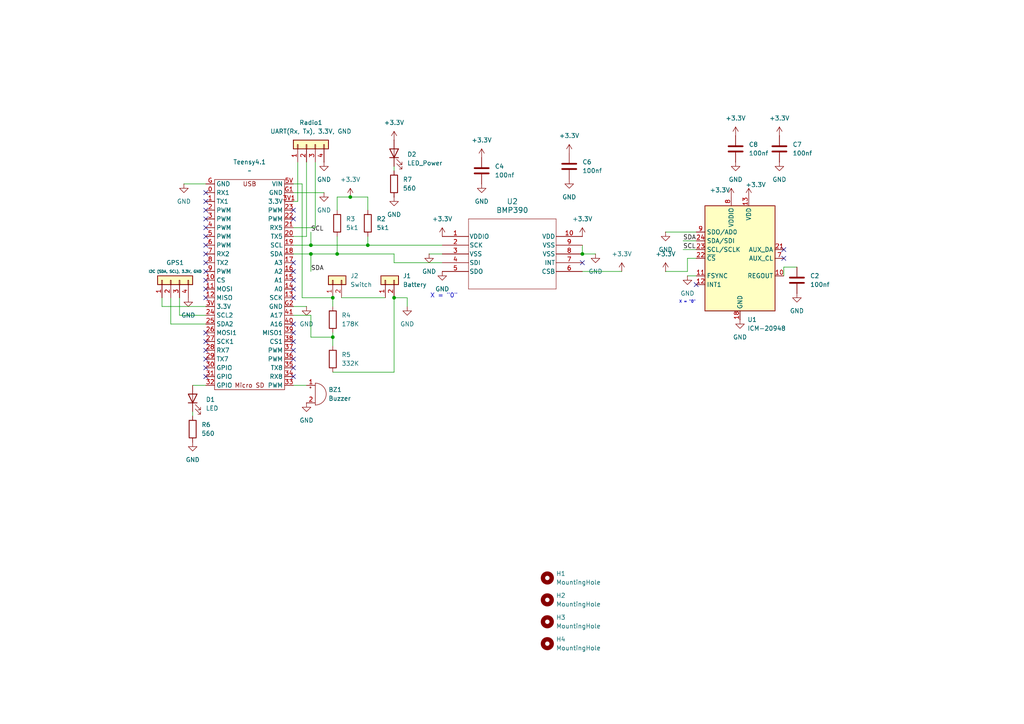
<source format=kicad_sch>
(kicad_sch (version 20250114) (generator "eeschema") (generator_version "9.0")
  (paper "A4")
  (lib_symbols
    (symbol "2025-11-05_20-25-56:BMP390" (pin_names (offset 0.254))
      (property "Reference" "U" (at 20.32 10.16 0))
      (property "Value" "BMP390" (at 20.32 7.62 0))
      (symbol "BMP390_0_1"
        (polyline (pts (xy 7.62 5.08) (xy 7.62 -15.24)) (stroke (width 0.127)))
        (polyline (pts (xy 7.62 -15.24) (xy 33.02 -15.24)) (stroke (width 0.127)))
        (polyline (pts (xy 33.02 5.08) (xy 7.62 5.08)) (stroke (width 0.127)))
        (polyline (pts (xy 33.02 -15.24) (xy 33.02 5.08)) (stroke (width 0.127)))
        (pin power_in line (at 0 0 0) (length 7.62) (name "VDDIO") (number "1"))
        (pin input line (at 0 -2.54 0) (length 7.62) (name "SCK") (number "2"))
        (pin power_out line (at 0 -5.08 0) (length 7.62) (name "VSS") (number "3"))
        (pin bidirectional line (at 0 -7.62 0) (length 7.62) (name "SDI") (number "4"))
        (pin bidirectional line (at 0 -10.16 0) (length 7.62) (name "SDO") (number "5"))
        (pin power_in line (at 40.64 0 180) (length 7.62) (name "VDD") (number "10"))
        (pin power_out line (at 40.64 -2.54 180) (length 7.62) (name "VSS") (number "9"))
        (pin power_out line (at 40.64 -5.08 180) (length 7.62) (name "VSS") (number "8"))
        (pin input line (at 40.64 -7.62 180) (length 7.62) (name "INT") (number "7"))
        (pin input line (at 40.64 -10.16 180) (length 7.62) (name "CSB") (number "6"))
      )
    )
    (symbol "Connector_Generic:Conn_01x02" (pin_names (offset 1.016) (hide yes))
      (property "Reference" "J" (at 0 2.54 0))
      (property "Value" "Conn_01x02" (at 0 -5.08 0))
      (symbol "Conn_01x02_1_1"
        (rectangle (start -1.27 1.27) (end 1.27 -3.81) (stroke (width 0.254)) (fill (type background)))
        (rectangle (start -1.27 0.127) (end 0 -0.127) (stroke (width 0.1524)))
        (rectangle (start -1.27 -2.413) (end 0 -2.667) (stroke (width 0.1524)))
        (pin passive line (at -5.08 0 0) (length 3.81) (name "Pin_1") (number "1"))
        (pin passive line (at -5.08 -2.54 0) (length 3.81) (name "Pin_2") (number "2"))
      )
    )
    (symbol "Connector_Generic:Conn_01x04" (pin_names (offset 1.016) (hide yes))
      (property "Reference" "J" (at 0 5.08 0))
      (property "Value" "Conn_01x04" (at 0 -7.62 0))
      (symbol "Conn_01x04_1_1"
        (rectangle (start -1.27 3.81) (end 1.27 -6.35) (stroke (width 0.254)) (fill (type background)))
        (rectangle (start -1.27 2.667) (end 0 2.413) (stroke (width 0.1524)))
        (rectangle (start -1.27 0.127) (end 0 -0.127) (stroke (width 0.1524)))
        (rectangle (start -1.27 -2.413) (end 0 -2.667) (stroke (width 0.1524)))
        (rectangle (start -1.27 -4.953) (end 0 -5.207) (stroke (width 0.1524)))
        (pin passive line (at -5.08 2.54 0) (length 3.81) (name "Pin_1") (number "1"))
        (pin passive line (at -5.08 0 0) (length 3.81) (name "Pin_2") (number "2"))
        (pin passive line (at -5.08 -2.54 0) (length 3.81) (name "Pin_3") (number "3"))
        (pin passive line (at -5.08 -5.08 0) (length 3.81) (name "Pin_4") (number "4"))
      )
    )
    (symbol "Device:Buzzer" (pin_names (offset 0.0254) (hide yes))
      (property "Reference" "BZ" (at 3.81 1.27 0))
      (property "Value" "Buzzer" (at 3.81 -1.27 0))
      (symbol "Buzzer_0_1"
        (polyline (pts (xy -1.651 1.905) (xy -1.143 1.905)))
        (polyline (pts (xy -1.397 2.159) (xy -1.397 1.651)))
        (arc (start 0 3.175) (mid 3.1612 0) (end 0 -3.175))
        (polyline (pts (xy 0 3.175) (xy 0 -3.175)))
      )
      (symbol "Buzzer_1_1"
        (pin passive line (at -2.54 2.54 0) (length 2.54) (name "+") (number "1"))
        (pin passive line (at -2.54 -2.54 0) (length 2.54) (name "-") (number "2"))
      )
    )
    (symbol "Device:C" (pin_numbers (hide yes)) (pin_names (offset 0.254))
      (property "Reference" "C" (at 0.635 2.54 0))
      (property "Value" "C" (at 0.635 -2.54 0))
      (symbol "C_0_1"
        (polyline (pts (xy -2.032 0.762) (xy 2.032 0.762)) (stroke (width 0.508)))
        (polyline (pts (xy -2.032 -0.762) (xy 2.032 -0.762)) (stroke (width 0.508)))
      )
      (symbol "C_1_1"
        (pin passive line (at 0 3.81 270) (length 2.794) (name "~") (number "1"))
        (pin passive line (at 0 -3.81 90) (length 2.794) (name "~") (number "2"))
      )
    )
    (symbol "Device:LED" (pin_numbers (hide yes)) (pin_names (offset 1.016) (hide yes))
      (property "Reference" "D" (at 0 2.54 0))
      (property "Value" "LED" (at 0 -2.54 0))
      (symbol "LED_0_1"
        (polyline (pts (xy -3.048 -0.762) (xy -4.572 -2.286) (xy -3.81 -2.286) (xy -4.572 -2.286) (xy -4.572 -1.524)))
        (polyline (pts (xy -1.778 -0.762) (xy -3.302 -2.286) (xy -2.54 -2.286) (xy -3.302 -2.286) (xy -3.302 -1.524)))
        (polyline (pts (xy -1.27 0) (xy 1.27 0)))
        (polyline (pts (xy -1.27 -1.27) (xy -1.27 1.27)) (stroke (width 0.254)))
        (polyline (pts (xy 1.27 -1.27) (xy 1.27 1.27) (xy -1.27 0) (xy 1.27 -1.27)) (stroke (width 0.254)))
      )
      (symbol "LED_1_1"
        (pin passive line (at -3.81 0 0) (length 2.54) (name "K") (number "1"))
        (pin passive line (at 3.81 0 180) (length 2.54) (name "A") (number "2"))
      )
    )
    (symbol "Device:R" (pin_numbers (hide yes)) (pin_names (offset 0))
      (property "Reference" "R" (at 2.032 0 90))
      (property "Value" "R" (at 0 0 90))
      (symbol "R_0_1"
        (rectangle (start -1.016 -2.54) (end 1.016 2.54) (stroke (width 0.254)))
      )
      (symbol "R_1_1"
        (pin passive line (at 0 3.81 270) (length 1.27) (name "~") (number "1"))
        (pin passive line (at 0 -3.81 90) (length 1.27) (name "~") (number "2"))
      )
    )
    (symbol "Mechanical:MountingHole" (pin_names (offset 1.016)) (in_bom no)
      (property "Reference" "H" (at 0 5.08 0))
      (property "Value" "MountingHole" (at 0 3.175 0))
      (symbol "MountingHole_0_1"
        (circle (center 0 0) (radius 1.27) (stroke (width 1.27)))
      )
    )
    (symbol "Sensor_Motion:ICM-20948"
      (property "Reference" "U" (at -11.43 16.51 0))
      (property "Value" "ICM-20948" (at 7.62 -16.51 0))
      (symbol "ICM-20948_0_1"
        (rectangle (start -10.16 15.24) (end 10.16 -15.24) (stroke (width 0.254)) (fill (type background)))
      )
      (symbol "ICM-20948_1_1"
        (pin bidirectional line (at -12.7 7.62 0) (length 2.54) (name "SDO/AD0") (number "9"))
        (pin bidirectional line (at -12.7 5.08 0) (length 2.54) (name "SDA/SDI") (number "24"))
        (pin input line (at -12.7 2.54 0) (length 2.54) (name "SCL/SCLK") (number "23"))
        (pin input line (at -12.7 0 0) (length 2.54) (name "~{CS}") (number "22"))
        (pin input line (at -12.7 -5.08 0) (length 2.54) (name "FSYNC") (number "11"))
        (pin output line (at -12.7 -7.62 0) (length 2.54) (name "INT1") (number "12"))
        (pin no_connect line (at -10.16 12.7 0) (length 2.54) (hide yes) (name "NC") (number "1"))
        (pin no_connect line (at -10.16 10.16 0) (length 2.54) (hide yes) (name "NC") (number "2"))
        (pin no_connect line (at -10.16 -2.54 0) (length 2.54) (hide yes) (name "NC") (number "3"))
        (pin no_connect line (at -10.16 -10.16 0) (length 2.54) (hide yes) (name "NC") (number "4"))
        (pin no_connect line (at -10.16 -12.7 0) (length 2.54) (hide yes) (name "NC") (number "5"))
        (pin power_in line (at -2.54 17.78 270) (length 2.54) (name "VDDIO") (number "8"))
        (pin power_in line (at 0 -17.78 90) (length 2.54) (name "GND") (number "18"))
        (pin passive line (at 0 -17.78 90) (length 2.54) (hide yes) (name "GND") (number "20"))
        (pin power_in line (at 2.54 17.78 270) (length 2.54) (name "VDD") (number "13"))
        (pin no_connect line (at 10.16 10.16 180) (length 2.54) (hide yes) (name "NC") (number "6"))
        (pin no_connect line (at 10.16 7.62 180) (length 2.54) (hide yes) (name "NC") (number "14"))
        (pin no_connect line (at 10.16 5.08 180) (length 2.54) (hide yes) (name "NC") (number "15"))
        (pin no_connect line (at 10.16 -7.62 180) (length 2.54) (hide yes) (name "NC") (number "16"))
        (pin no_connect line (at 10.16 -10.16 180) (length 2.54) (hide yes) (name "NC") (number "17"))
        (pin no_connect line (at 10.16 -12.7 180) (length 2.54) (hide yes) (name "RESV") (number "19"))
        (pin bidirectional line (at 12.7 2.54 180) (length 2.54) (name "AUX_DA") (number "21"))
        (pin output line (at 12.7 0 180) (length 2.54) (name "AUX_CL") (number "7"))
        (pin passive line (at 12.7 -5.08 180) (length 2.54) (name "REGOUT") (number "10"))
      )
    )
    (symbol "power:+3.3V" (power) (pin_numbers (hide yes)) (pin_names (offset 0) (hide yes))
      (property "Value" "+3.3V" (at 0 3.556 0))
      (symbol "+3.3V_0_1"
        (polyline (pts (xy -0.762 1.27) (xy 0 2.54)))
        (polyline (pts (xy 0 2.54) (xy 0.762 1.27)))
        (polyline (pts (xy 0 0) (xy 0 2.54)))
      )
      (symbol "+3.3V_1_1"
        (pin power_in line (at 0 0 90) (length 0) (name "~") (number "1"))
      )
    )
    (symbol "power:GND" (power) (pin_numbers (hide yes)) (pin_names (offset 0) (hide yes))
      (property "Value" "GND" (at 0 -3.81 0))
      (symbol "GND_0_1"
        (polyline (pts (xy 0 0) (xy 0 -1.27) (xy 1.27 -1.27) (xy 0 -2.54) (xy -1.27 -1.27) (xy 0 -1.27)))
      )
      (symbol "GND_1_1"
        (pin power_in line (at 0 0 270) (length 0) (name "~") (number "1"))
      )
    )
    (symbol "teensy:Teensy4.1"
      (property "Reference" "Teensy4.1" (at 0 0 90))
      (symbol "Teensy4.1_0_1"
        (rectangle (start -10.16 30.48) (end 10.16 -30.48))
      )
      (symbol "Teensy4.1_1_1"
        (text "USB" (at 0 29.21 0) (effects (font (size 1.27 1.27))))
        (text "Micro SD" (at 0 -29.21 0) (effects (font (size 1.27 1.27))))
        (pin input line (at -12.7 29.21 0) (length 2.54) (name "GND") (number "G"))
        (pin input line (at -12.7 26.67 0) (length 2.54) (name "RX1") (number "0"))
        (pin input line (at -12.7 24.13 0) (length 2.54) (name "TX1") (number "1"))
        (pin input line (at -12.7 21.59 0) (length 2.54) (name "PWM") (number "2"))
        (pin input line (at -12.7 19.05 0) (length 2.54) (name "PWM") (number "3"))
        (pin input line (at -12.7 16.51 0) (length 2.54) (name "PWM") (number "4"))
        (pin input line (at -12.7 13.97 0) (length 2.54) (name "PWM") (number "5"))
        (pin input line (at -12.7 11.43 0) (length 2.54) (name "PWM") (number "6"))
        (pin input line (at -12.7 8.89 0) (length 2.54) (name "RX2") (number "7"))
        (pin input line (at -12.7 6.35 0) (length 2.54) (name "TX2") (number "8"))
        (pin input line (at -12.7 3.81 0) (length 2.54) (name "PWM") (number "9"))
        (pin input line (at -12.7 1.27 0) (length 2.54) (name "CS") (number "10"))
        (pin input line (at -12.7 -1.27 0) (length 2.54) (name "MOSI") (number "11"))
        (pin input line (at -12.7 -3.81 0) (length 2.54) (name "MISO") (number "12"))
        (pin input line (at -12.7 -6.35 0) (length 2.54) (name "3.3V") (number "3V"))
        (pin input line (at -12.7 -8.89 0) (length 2.54) (name "SCL2") (number "24"))
        (pin input line (at -12.7 -11.43 0) (length 2.54) (name "SDA2") (number "25"))
        (pin input line (at -12.7 -13.97 0) (length 2.54) (name "MOSI1") (number "26"))
        (pin input line (at -12.7 -16.51 0) (length 2.54) (name "SCK1") (number "27"))
        (pin input line (at -12.7 -19.05 0) (length 2.54) (name "RX7") (number "28"))
        (pin input line (at -12.7 -21.59 0) (length 2.54) (name "TX7") (number "29"))
        (pin input line (at -12.7 -24.13 0) (length 2.54) (name "GPIO") (number "30"))
        (pin input line (at -12.7 -26.67 0) (length 2.54) (name "GPIO") (number "31"))
        (pin input line (at -12.7 -29.21 0) (length 2.54) (name "GPIO") (number "32"))
        (pin input line (at 12.7 29.21 180) (length 2.54) (name "VIN") (number "5V"))
        (pin input line (at 12.7 26.67 180) (length 2.54) (name "GND") (number "G1"))
        (pin input line (at 12.7 24.13 180) (length 2.54) (name "3.3V") (number "3V1"))
        (pin input line (at 12.7 21.59 180) (length 2.54) (name "PWM") (number "23"))
        (pin input line (at 12.7 19.05 180) (length 2.54) (name "PWM") (number "22"))
        (pin input line (at 12.7 16.51 180) (length 2.54) (name "RX5") (number "21"))
        (pin input line (at 12.7 13.97 180) (length 2.54) (name "TX5") (number "20"))
        (pin input line (at 12.7 11.43 180) (length 2.54) (name "SCL") (number "19"))
        (pin input line (at 12.7 8.89 180) (length 2.54) (name "SDA") (number "18"))
        (pin input line (at 12.7 6.35 180) (length 2.54) (name "A3") (number "17"))
        (pin input line (at 12.7 3.81 180) (length 2.54) (name "A2") (number "16"))
        (pin input line (at 12.7 1.27 180) (length 2.54) (name "A1") (number "15"))
        (pin input line (at 12.7 -1.27 180) (length 2.54) (name "A0") (number "14"))
        (pin input line (at 12.7 -3.81 180) (length 2.54) (name "SCK") (number "13"))
        (pin input line (at 12.7 -6.35 180) (length 2.54) (name "GND") (number "G2"))
        (pin input line (at 12.7 -8.89 180) (length 2.54) (name "A17") (number "41"))
        (pin input line (at 12.7 -11.43 180) (length 2.54) (name "A16") (number "40"))
        (pin input line (at 12.7 -13.97 180) (length 2.54) (name "MISO1") (number "39"))
        (pin input line (at 12.7 -16.51 180) (length 2.54) (name "CS1") (number "38"))
        (pin input line (at 12.7 -19.05 180) (length 2.54) (name "PWM") (number "37"))
        (pin input line (at 12.7 -21.59 180) (length 2.54) (name "PWM") (number "36"))
        (pin input line (at 12.7 -24.13 180) (length 2.54) (name "TX8") (number "35"))
        (pin input line (at 12.7 -26.67 180) (length 2.54) (name "RX8") (number "34"))
        (pin input line (at 12.7 -29.21 180) (length 2.54) (name "PWM") (number "33"))
      )
    )
  )
  (text "X = \"0\"" (at 128.778 85.852 0) (effects (font (size 1.27 1.27))))
  (text "X = \"0\"" (at 199.39 87.63 0) (effects (font (size 0.762 0.762))))
  (junction (at 97.79 73.66))
  (junction (at 114.3 86.36))
  (junction (at 168.91 73.66))
  (junction (at 90.17 73.66))
  (junction (at 106.68 71.12))
  (junction (at 96.52 97.79))
  (junction (at 96.52 86.36))
  (junction (at 101.6 57.15))
  (junction (at 90.17 71.12))
  (no_connect (at 59.69 76.2))
  (no_connect (at 85.09 104.14))
  (no_connect (at 59.69 71.12))
  (no_connect (at 59.69 104.14))
  (no_connect (at 227.33 72.39))
  (no_connect (at 85.09 83.82))
  (no_connect (at 59.69 55.88))
  (no_connect (at 59.69 66.04))
  (no_connect (at 59.69 73.66))
  (no_connect (at 59.69 60.96))
  (no_connect (at 85.09 86.36))
  (no_connect (at 85.09 106.68))
  (no_connect (at 59.69 101.6))
  (no_connect (at 59.69 58.42))
  (no_connect (at 85.09 93.98))
  (no_connect (at 59.69 78.74))
  (no_connect (at 201.93 82.55))
  (no_connect (at 85.09 81.28))
  (no_connect (at 85.09 60.96))
  (no_connect (at 59.69 109.22))
  (no_connect (at 59.69 96.52))
  (no_connect (at 59.69 63.5))
  (no_connect (at 85.09 101.6))
  (no_connect (at 59.69 83.82))
  (no_connect (at 59.69 86.36))
  (no_connect (at 85.09 99.06))
  (no_connect (at 85.09 109.22))
  (no_connect (at 85.09 63.5))
  (no_connect (at 59.69 99.06))
  (no_connect (at 85.09 96.52))
  (no_connect (at 59.69 68.58))
  (no_connect (at 85.09 78.74))
  (no_connect (at 59.69 81.28))
  (no_connect (at 168.91 76.2))
  (no_connect (at 59.69 106.68))
  (no_connect (at 85.09 76.2))
  (no_connect (at 227.33 74.93))
  (wire (pts (xy 168.91 78.74) (xy 180.34 78.74)))
  (wire (pts (xy 227.33 80.01) (xy 227.33 77.47)))
  (wire (pts (xy 52.07 86.36) (xy 52.07 91.44)))
  (wire (pts (xy 46.99 86.36) (xy 46.99 88.9)))
  (wire (pts (xy 106.68 60.96) (xy 106.68 57.15)))
  (wire (pts (xy 97.79 57.15) (xy 101.6 57.15)))
  (wire (pts (xy 85.09 88.9) (xy 88.9 88.9)))
  (wire (pts (xy 85.09 55.88) (xy 93.98 55.88)))
  (wire (pts (xy 106.68 68.58) (xy 106.68 71.12)))
  (wire (pts (xy 114.3 86.36) (xy 118.11 86.36)))
  (wire (pts (xy 85.09 71.12) (xy 90.17 71.12)))
  (wire (pts (xy 90.17 71.12) (xy 106.68 71.12)))
  (wire (pts (xy 46.99 88.9) (xy 59.69 88.9)))
  (wire (pts (xy 193.04 78.74) (xy 199.39 78.74)))
  (wire (pts (xy 172.72 73.66) (xy 168.91 73.66)))
  (wire (pts (xy 88.9 111.76) (xy 85.09 111.76)))
  (wire (pts (xy 96.52 97.79) (xy 96.52 100.33)))
  (wire (pts (xy 96.52 86.36) (xy 96.52 88.9)))
  (wire (pts (xy 124.46 73.66) (xy 128.27 73.66)))
  (wire (pts (xy 52.07 91.44) (xy 59.69 91.44)))
  (wire (pts (xy 96.52 86.36) (xy 87.63 86.36)))
  (wire (pts (xy 168.91 71.12) (xy 168.91 73.66)))
  (wire (pts (xy 88.9 68.58) (xy 88.9 46.99)))
  (wire (pts (xy 97.79 73.66) (xy 114.3 73.66)))
  (wire (pts (xy 53.34 53.34) (xy 59.69 53.34)))
  (wire (pts (xy 96.52 107.95) (xy 114.3 107.95)))
  (wire (pts (xy 114.3 107.95) (xy 114.3 86.36)))
  (wire (pts (xy 101.6 57.15) (xy 106.68 57.15)))
  (wire (pts (xy 49.53 93.98) (xy 59.69 93.98)))
  (wire (pts (xy 90.17 73.66) (xy 97.79 73.66)))
  (wire (pts (xy 90.17 67.31) (xy 90.17 71.12)))
  (wire (pts (xy 85.09 73.66) (xy 90.17 73.66)))
  (wire (pts (xy 96.52 96.52) (xy 96.52 97.79)))
  (wire (pts (xy 227.33 77.47) (xy 231.14 77.47)))
  (wire (pts (xy 114.3 73.66) (xy 114.3 76.2)))
  (wire (pts (xy 118.11 86.36) (xy 118.11 88.9)))
  (wire (pts (xy 85.09 91.44) (xy 90.17 91.44)))
  (wire (pts (xy 49.53 86.36) (xy 49.53 93.98)))
  (wire (pts (xy 91.44 66.04) (xy 91.44 46.99)))
  (wire (pts (xy 106.68 71.12) (xy 128.27 71.12)))
  (wire (pts (xy 55.88 119.38) (xy 55.88 120.65)))
  (wire (pts (xy 55.88 111.76) (xy 59.69 111.76)))
  (wire (pts (xy 90.17 73.66) (xy 90.17 78.74)))
  (wire (pts (xy 85.09 58.42) (xy 86.36 58.42)))
  (wire (pts (xy 85.09 66.04) (xy 91.44 66.04)))
  (wire (pts (xy 198.12 69.85) (xy 201.93 69.85)))
  (wire (pts (xy 85.09 68.58) (xy 88.9 68.58)))
  (wire (pts (xy 97.79 60.96) (xy 97.79 57.15)))
  (wire (pts (xy 90.17 97.79) (xy 96.52 97.79)))
  (wire (pts (xy 193.04 67.31) (xy 201.93 67.31)))
  (wire (pts (xy 87.63 86.36) (xy 87.63 53.34)))
  (wire (pts (xy 87.63 53.34) (xy 85.09 53.34)))
  (wire (pts (xy 86.36 46.99) (xy 86.36 58.42)))
  (wire (pts (xy 90.17 91.44) (xy 90.17 97.79)))
  (wire (pts (xy 199.39 74.93) (xy 201.93 74.93)))
  (wire (pts (xy 99.06 86.36) (xy 111.76 86.36)))
  (wire (pts (xy 114.3 48.26) (xy 114.3 49.53)))
  (wire (pts (xy 199.39 78.74) (xy 199.39 74.93)))
  (wire (pts (xy 97.79 73.66) (xy 97.79 68.58)))
  (wire (pts (xy 114.3 76.2) (xy 128.27 76.2)))
  (wire (pts (xy 199.39 80.01) (xy 201.93 80.01)))
  (wire (pts (xy 198.12 72.39) (xy 201.93 72.39)))
  (label "SDA" (at 90.17 78.74 0))
  (label "SDA" (at 198.12 69.85 0))
  (label "SCL" (at 90.17 67.31 0))
  (label "SCL" (at 198.12 72.39 0))
  (symbol (lib_id "power:GND") (at 55.88 128.27 0) (unit 1)
    (property "Reference" "#PWR032" (effects (hide yes)))
    (property "Value" "GND" (at 55.88 133.35 0))
    (property "Description" "Power symbol creates a global label with name \"GND\" , ground" (effects (hide yes)))
  )
  (symbol (lib_id "Mechanical:MountingHole") (at 158.75 180.34 0) (unit 1) (in_bom no)
    (property "Reference" "H3" (at 161.29 179.0699 0) (effects (justify left)))
    (property "Value" "MountingHole" (at 161.29 181.6099 0) (effects (justify left)))
    (property "Footprint" "MountingHole:MountingHole_3.2mm_M3" (effects (hide yes)))
    (property "Description" "Mounting Hole without connection" (effects (hide yes)))
  )
  (symbol (lib_id "power:+3.3V") (at 213.36 39.37 0) (unit 1)
    (property "Reference" "#PWR025" (effects (hide yes)))
    (property "Value" "+3.3V" (at 213.36 34.29 0))
    (property "Description" "Power symbol creates a global label with name \"+3.3V\"" (effects (hide yes)))
  )
  (symbol (lib_id "2025-11-05_20-25-56:BMP390") (at 128.27 68.58 0) (unit 1)
    (property "Reference" "U2" (at 148.59 58.42 0) (effects (font (size 1.524 1.524))))
    (property "Value" "BMP390" (at 148.59 60.96 0) (effects (font (size 1.524 1.524))))
    (property "Footprint" "footprints:10LGA_2X2X0p75_BOS" (effects (hide yes)))
    (property "Datasheet" "BMP390" (effects (hide yes)))
  )
  (symbol (lib_id "Device:R") (at 96.52 92.71 0) (unit 1)
    (property "Reference" "R4" (at 99.06 91.4399 0) (effects (justify left)))
    (property "Value" "178K" (at 99.06 93.9799 0) (effects (justify left)))
    (property "Footprint" "Resistor_SMD:R_0805_2012Metric" (effects (hide yes)))
    (property "Description" "Resistor" (effects (hide yes)))
  )
  (symbol (lib_id "Device:LED") (at 114.3 44.45 90) (unit 1)
    (property "Reference" "D2" (at 118.11 44.7674 90) (effects (justify right)))
    (property "Value" "LED_Power" (at 118.11 47.3074 90) (effects (justify right)))
    (property "Footprint" "LED_SMD:LED_0805_2012Metric" (effects (hide yes)))
    (property "Description" "Light emitting diode" (effects (hide yes)))
    (property "Sim.Pins" "1=K 2=A" (effects (hide yes)))
  )
  (symbol (lib_id "Device:R") (at 114.3 53.34 0) (unit 1)
    (property "Reference" "R7" (at 116.84 52.0699 0) (effects (justify left)))
    (property "Value" "560" (at 116.84 54.6099 0) (effects (justify left)))
    (property "Footprint" "Resistor_SMD:R_0805_2012Metric" (effects (hide yes)))
    (property "Description" "Resistor" (effects (hide yes)))
  )
  (symbol (lib_id "power:+3.3V") (at 101.6 57.15 0) (unit 1)
    (property "Reference" "#PWR07" (effects (hide yes)))
    (property "Value" "+3.3V" (at 101.6 52.07 0))
    (property "Description" "Power symbol creates a global label with name \"+3.3V\"" (effects (hide yes)))
  )
  (symbol (lib_id "Sensor_Motion:ICM-20948") (at 214.63 74.93 0) (unit 1)
    (property "Reference" "U1" (at 216.7733 92.71 0) (effects (justify left)))
    (property "Value" "ICM-20948" (at 216.7733 95.25 0) (effects (justify left)))
    (property "Footprint" "Sensor_Motion:InvenSense_QFN-24_3x3mm_P0.4mm" (effects (hide yes)))
    (property "Datasheet" "http://www.invensense.com/wp-content/uploads/2016/06/DS-000189-ICM-20948-v1.3.pdf" (effects (hide yes)))
    (property "Description" "InvenSense 9-Axis Motion Sensor, Accelerometer, Gyroscope, Compass, I2C/SPI, QFN-24" (effects (hide yes)))
  )
  (symbol (lib_id "power:GND") (at 54.61 86.36 0) (unit 1)
    (property "Reference" "#PWR028" (effects (hide yes)))
    (property "Value" "GND" (at 54.61 91.44 0))
    (property "Description" "Power symbol creates a global label with name \"GND\" , ground" (effects (hide yes)))
  )
  (symbol (lib_id "power:GND") (at 88.9 88.9 0) (unit 1)
    (property "Reference" "#PWR034" (effects (hide yes)))
    (property "Value" "GND" (at 88.9 93.98 0))
    (property "Description" "Power symbol creates a global label with name \"GND\" , ground" (effects (hide yes)))
  )
  (symbol (lib_id "power:GND") (at 128.27 78.74 0) (unit 1)
    (property "Reference" "#PWR010" (effects (hide yes)))
    (property "Value" "GND" (at 128.27 83.82 0))
    (property "Description" "Power symbol creates a global label with name \"GND\" , ground" (effects (hide yes)))
  )
  (symbol (lib_id "power:GND") (at 88.9 116.84 0) (unit 1)
    (property "Reference" "#PWR019" (effects (hide yes)))
    (property "Value" "GND" (at 88.9 121.92 0))
    (property "Description" "Power symbol creates a global label with name \"GND\" , ground" (effects (hide yes)))
  )
  (symbol (lib_id "Mechanical:MountingHole") (at 158.75 186.69 0) (unit 1) (in_bom no)
    (property "Reference" "H4" (at 161.29 185.4199 0) (effects (justify left)))
    (property "Value" "MountingHole" (at 161.29 187.9599 0) (effects (justify left)))
    (property "Footprint" "MountingHole:MountingHole_3.2mm_M3" (effects (hide yes)))
    (property "Description" "Mounting Hole without connection" (effects (hide yes)))
  )
  (symbol (lib_id "power:GND") (at 118.11 88.9 0) (unit 1)
    (property "Reference" "#PWR030" (effects (hide yes)))
    (property "Value" "GND" (at 118.11 93.98 0))
    (property "Description" "Power symbol creates a global label with name \"GND\" , ground" (effects (hide yes)))
  )
  (symbol (lib_id "power:+3.3V") (at 226.06 39.37 0) (unit 1)
    (property "Reference" "#PWR023" (effects (hide yes)))
    (property "Value" "+3.3V" (at 226.06 34.29 0))
    (property "Description" "Power symbol creates a global label with name \"+3.3V\"" (effects (hide yes)))
  )
  (symbol (lib_id "power:+3.3V") (at 212.09 57.15 0) (unit 1)
    (property "Reference" "#PWR02" (effects (hide yes)))
    (property "Value" "+3.3V" (at 208.788 55.118 0))
    (property "Description" "Power symbol creates a global label with name \"+3.3V\"" (effects (hide yes)))
  )
  (symbol (lib_id "Device:C") (at 139.7 49.53 0) (unit 1)
    (property "Reference" "C4" (at 143.51 48.2599 0) (effects (justify left)))
    (property "Value" "100nf" (at 143.51 50.7999 0) (effects (justify left)))
    (property "Footprint" "Capacitor_SMD:C_0805_2012Metric" (effects (hide yes)))
    (property "Description" "Unpolarized capacitor" (effects (hide yes)))
  )
  (symbol (lib_id "Device:C") (at 213.36 43.18 0) (unit 1)
    (property "Reference" "C8" (at 217.17 41.9099 0) (effects (justify left)))
    (property "Value" "100nf" (at 217.17 44.4499 0) (effects (justify left)))
    (property "Footprint" "Capacitor_SMD:C_0805_2012Metric" (effects (hide yes)))
    (property "Description" "Unpolarized capacitor" (effects (hide yes)))
  )
  (symbol (lib_id "power:GND") (at 213.36 46.99 0) (unit 1)
    (property "Reference" "#PWR026" (effects (hide yes)))
    (property "Value" "GND" (at 213.36 52.07 0))
    (property "Description" "Power symbol creates a global label with name \"GND\" , ground" (effects (hide yes)))
  )
  (symbol (lib_id "power:GND") (at 199.39 80.01 0) (unit 1)
    (property "Reference" "#PWR013" (effects (hide yes)))
    (property "Value" "GND" (at 199.39 85.09 0))
    (property "Description" "Power symbol creates a global label with name \"GND\" , ground" (effects (hide yes)))
  )
  (symbol (lib_id "power:+3.3V") (at 168.91 68.58 0) (unit 1)
    (property "Reference" "#PWR06" (effects (hide yes)))
    (property "Value" "+3.3V" (at 168.91 63.5 0))
    (property "Description" "Power symbol creates a global label with name \"+3.3V\"" (effects (hide yes)))
  )
  (symbol (lib_id "power:GND") (at 214.63 92.71 0) (unit 1)
    (property "Reference" "#PWR04" (effects (hide yes)))
    (property "Value" "GND" (at 214.63 97.79 0))
    (property "Description" "Power symbol creates a global label with name \"GND\" , ground" (effects (hide yes)))
  )
  (symbol (lib_id "Device:R") (at 97.79 64.77 0) (unit 1)
    (property "Reference" "R3" (at 100.33 63.4999 0) (effects (justify left)))
    (property "Value" "5k1" (at 100.33 66.0399 0) (effects (justify left)))
    (property "Footprint" "Resistor_SMD:R_0805_2012Metric" (effects (hide yes)))
    (property "Description" "Resistor" (effects (hide yes)))
  )
  (symbol (lib_id "Device:R") (at 96.52 104.14 0) (unit 1)
    (property "Reference" "R5" (at 99.06 102.8699 0) (effects (justify left)))
    (property "Value" "332K" (at 99.06 105.4099 0) (effects (justify left)))
    (property "Footprint" "Resistor_SMD:R_0805_2012Metric" (effects (hide yes)))
    (property "Description" "Resistor" (effects (hide yes)))
  )
  (symbol (lib_id "Device:R") (at 106.68 64.77 0) (unit 1)
    (property "Reference" "R2" (at 109.22 63.4999 0) (effects (justify left)))
    (property "Value" "5k1" (at 109.22 66.0399 0) (effects (justify left)))
    (property "Footprint" "Resistor_SMD:R_0805_2012Metric" (effects (hide yes)))
    (property "Description" "Resistor" (effects (hide yes)))
  )
  (symbol (lib_id "power:GND") (at 139.7 53.34 0) (unit 1)
    (property "Reference" "#PWR020" (effects (hide yes)))
    (property "Value" "GND" (at 139.7 58.42 0))
    (property "Description" "Power symbol creates a global label with name \"GND\" , ground" (effects (hide yes)))
  )
  (symbol (lib_id "power:GND") (at 226.06 46.99 0) (unit 1)
    (property "Reference" "#PWR024" (effects (hide yes)))
    (property "Value" "GND" (at 226.06 52.07 0))
    (property "Description" "Power symbol creates a global label with name \"GND\" , ground" (effects (hide yes)))
  )
  (symbol (lib_id "Mechanical:MountingHole") (at 158.75 173.99 0) (unit 1) (in_bom no)
    (property "Reference" "H2" (at 161.29 172.7199 0) (effects (justify left)))
    (property "Value" "MountingHole" (at 161.29 175.2599 0) (effects (justify left)))
    (property "Footprint" "MountingHole:MountingHole_3.2mm_M3" (effects (hide yes)))
    (property "Description" "Mounting Hole without connection" (effects (hide yes)))
  )
  (symbol (lib_id "power:+3.3V") (at 217.17 57.15 0) (unit 1)
    (property "Reference" "#PWR03" (effects (hide yes)))
    (property "Value" "+3.3V" (at 219.202 53.594 0))
    (property "Description" "Power symbol creates a global label with name \"+3.3V\"" (effects (hide yes)))
  )
  (symbol (lib_id "Connector_Generic:Conn_01x02") (at 96.52 81.28 90) (unit 1)
    (property "Reference" "J2" (at 101.6 80.0099 90) (effects (justify right)))
    (property "Value" "Switch" (at 101.6 82.5499 90) (effects (justify right)))
    (property "Footprint" "Connector_JST:JST_XH_S2B-XH-A_1x02_P2.50mm_Horizontal" (effects (hide yes)))
    (property "Description" "Generic connector, single row, 01x02, script generated (kicad-library-utils/schlib/autogen/connector/)" (effects (hide yes)))
  )
  (symbol (lib_id "Mechanical:MountingHole") (at 158.75 167.64 0) (unit 1) (in_bom no)
    (property "Reference" "H1" (at 161.29 166.3699 0) (effects (justify left)))
    (property "Value" "MountingHole" (at 161.29 168.9099 0) (effects (justify left)))
    (property "Footprint" "MountingHole:MountingHole_3.2mm_M3" (effects (hide yes)))
    (property "Description" "Mounting Hole without connection" (effects (hide yes)))
  )
  (symbol (lib_id "power:GND") (at 53.34 53.34 0) (unit 1)
    (property "Reference" "#PWR033" (effects (hide yes)))
    (property "Value" "GND" (at 53.34 58.42 0))
    (property "Description" "Power symbol creates a global label with name \"GND\" , ground" (effects (hide yes)))
  )
  (symbol (lib_id "power:+3.3V") (at 128.27 68.58 0) (unit 1)
    (property "Reference" "#PWR05" (effects (hide yes)))
    (property "Value" "+3.3V" (at 128.27 63.5 0))
    (property "Description" "Power symbol creates a global label with name \"+3.3V\"" (effects (hide yes)))
  )
  (symbol (lib_id "power:GND") (at 172.72 73.66 0) (unit 1)
    (property "Reference" "#PWR08" (effects (hide yes)))
    (property "Value" "GND" (at 172.72 78.74 0))
    (property "Description" "Power symbol creates a global label with name \"GND\" , ground" (effects (hide yes)))
  )
  (symbol (lib_id "power:+3.3V") (at 139.7 45.72 0) (unit 1)
    (property "Reference" "#PWR017" (effects (hide yes)))
    (property "Value" "+3.3V" (at 139.7 40.64 0))
    (property "Description" "Power symbol creates a global label with name \"+3.3V\"" (effects (hide yes)))
  )
  (symbol (lib_id "power:GND") (at 114.3 57.15 0) (unit 1)
    (property "Reference" "#PWR01" (effects (hide yes)))
    (property "Value" "GND" (at 114.3 62.23 0))
    (property "Description" "Power symbol creates a global label with name \"GND\" , ground" (effects (hide yes)))
  )
  (symbol (lib_id "teensy:Teensy4.1") (at 72.39 82.55 0) (unit 1)
    (property "Reference" "Teensy4.1" (at 72.39 46.99 0))
    (property "Value" "~" (at 72.39 49.53 0))
    (property "Footprint" "footprint:teensy" (effects (hide yes)))
  )
  (symbol (lib_id "power:GND") (at 231.14 85.09 0) (unit 1)
    (property "Reference" "#PWR014" (effects (hide yes)))
    (property "Value" "GND" (at 231.14 90.17 0))
    (property "Description" "Power symbol creates a global label with name \"GND\" , ground" (effects (hide yes)))
  )
  (symbol (lib_id "Device:C") (at 231.14 81.28 0) (unit 1)
    (property "Reference" "C2" (at 234.95 80.0099 0) (effects (justify left)))
    (property "Value" "100nf" (at 234.95 82.5499 0) (effects (justify left)))
    (property "Footprint" "Capacitor_SMD:C_0805_2012Metric" (effects (hide yes)))
    (property "Description" "Unpolarized capacitor" (effects (hide yes)))
  )
  (symbol (lib_id "power:+3.3V") (at 180.34 78.74 0) (unit 1)
    (property "Reference" "#PWR011" (effects (hide yes)))
    (property "Value" "+3.3V" (at 180.34 73.66 0))
    (property "Description" "Power symbol creates a global label with name \"+3.3V\"" (effects (hide yes)))
  )
  (symbol (lib_id "power:GND") (at 93.98 46.99 0) (unit 1)
    (property "Reference" "#PWR027" (effects (hide yes)))
    (property "Value" "GND" (at 93.98 52.07 0))
    (property "Description" "Power symbol creates a global label with name \"GND\" , ground" (effects (hide yes)))
  )
  (symbol (lib_id "power:GND") (at 193.04 67.31 0) (unit 1)
    (property "Reference" "#PWR016" (effects (hide yes)))
    (property "Value" "GND" (at 193.04 72.39 0))
    (property "Description" "Power symbol creates a global label with name \"GND\" , ground" (effects (hide yes)))
  )
  (symbol (lib_id "power:GND") (at 93.98 55.88 0) (unit 1)
    (property "Reference" "#PWR035" (effects (hide yes)))
    (property "Value" "GND" (at 93.98 60.96 0))
    (property "Description" "Power symbol creates a global label with name \"GND\" , ground" (effects (hide yes)))
  )
  (symbol (lib_id "Connector_Generic:Conn_01x04") (at 88.9 41.91 90) (unit 1)
    (property "Reference" "Radio1" (at 90.17 35.56 90))
    (property "Value" "UART(Rx, Tx), 3.3V, GND" (at 90.17 38.1 90))
    (property "Footprint" "Connector_JST:JST_XH_S4B-XH-A_1x04_P2.50mm_Horizontal" (effects (hide yes)))
    (property "Description" "Generic connector, single row, 01x04, script generated (kicad-library-utils/schlib/autogen/connector/)" (effects (hide yes)))
  )
  (symbol (lib_id "power:GND") (at 124.46 73.66 0) (unit 1)
    (property "Reference" "#PWR09" (effects (hide yes)))
    (property "Value" "GND" (at 124.46 78.74 0))
    (property "Description" "Power symbol creates a global label with name \"GND\" , ground" (effects (hide yes)))
  )
  (symbol (lib_id "Device:C") (at 165.1 48.26 0) (unit 1)
    (property "Reference" "C6" (at 168.91 46.9899 0) (effects (justify left)))
    (property "Value" "100nf" (at 168.91 49.5299 0) (effects (justify left)))
    (property "Footprint" "Capacitor_SMD:C_0805_2012Metric" (effects (hide yes)))
    (property "Description" "Unpolarized capacitor" (effects (hide yes)))
  )
  (symbol (lib_id "power:+3.3V") (at 165.1 44.45 0) (unit 1)
    (property "Reference" "#PWR021" (effects (hide yes)))
    (property "Value" "+3.3V" (at 165.1 39.37 0))
    (property "Description" "Power symbol creates a global label with name \"+3.3V\"" (effects (hide yes)))
  )
  (symbol (lib_id "Connector_Generic:Conn_01x02") (at 111.76 81.28 90) (unit 1)
    (property "Reference" "J1" (at 116.84 80.0099 90) (effects (justify right)))
    (property "Value" "Battery" (at 116.84 82.5499 90) (effects (justify right)))
    (property "Footprint" "Connector_JST:JST_XH_S2B-XH-A_1x02_P2.50mm_Horizontal" (effects (hide yes)))
    (property "Description" "Generic connector, single row, 01x02, script generated (kicad-library-utils/schlib/autogen/connector/)" (effects (hide yes)))
  )
  (symbol (lib_id "power:+3.3V") (at 193.04 78.74 0) (unit 1)
    (property "Reference" "#PWR012" (effects (hide yes)))
    (property "Value" "+3.3V" (at 193.04 73.66 0))
    (property "Description" "Power symbol creates a global label with name \"+3.3V\"" (effects (hide yes)))
  )
  (symbol (lib_id "power:+3.3V") (at 114.3 40.64 0) (unit 1)
    (property "Reference" "#PWR031" (effects (hide yes)))
    (property "Value" "+3.3V" (at 114.3 35.56 0))
    (property "Description" "Power symbol creates a global label with name \"+3.3V\"" (effects (hide yes)))
  )
  (symbol (lib_id "Device:R") (at 55.88 124.46 0) (unit 1)
    (property "Reference" "R6" (at 58.42 123.1899 0) (effects (justify left)))
    (property "Value" "560" (at 58.42 125.7299 0) (effects (justify left)))
    (property "Footprint" "Resistor_SMD:R_0805_2012Metric" (effects (hide yes)))
    (property "Description" "Resistor" (effects (hide yes)))
  )
  (symbol (lib_id "Device:C") (at 226.06 43.18 0) (unit 1)
    (property "Reference" "C7" (at 229.87 41.9099 0) (effects (justify left)))
    (property "Value" "100nf" (at 229.87 44.4499 0) (effects (justify left)))
    (property "Footprint" "Capacitor_SMD:C_0805_2012Metric" (effects (hide yes)))
    (property "Description" "Unpolarized capacitor" (effects (hide yes)))
  )
  (symbol (lib_id "Connector_Generic:Conn_01x04") (at 49.53 81.28 90) (unit 1)
    (property "Reference" "GPS1" (at 50.8 76.2 90))
    (property "Value" "I2C (SDA, SCL), 3.3V, GND" (at 50.8 78.74 90) (effects (font (size 0.762 0.762))))
    (property "Footprint" "Connector_JST:JST_XH_S4B-XH-A_1x04_P2.50mm_Horizontal" (effects (hide yes)))
    (property "Description" "Generic connector, single row, 01x04, script generated (kicad-library-utils/schlib/autogen/connector/)" (effects (hide yes)))
  )
  (symbol (lib_id "Device:Buzzer") (at 91.44 114.3 0) (unit 1)
    (property "Reference" "BZ1" (at 95.25 113.0299 0) (effects (justify left)))
    (property "Value" "Buzzer" (at 95.25 115.5699 0) (effects (justify left)))
    (property "Footprint" "adaafruitBuzzer:Adafruit_Buzzer" (effects (hide yes)))
    (property "Description" "Buzzer, polarized" (effects (hide yes)))
  )
  (symbol (lib_id "Device:LED") (at 55.88 115.57 90) (unit 1)
    (property "Reference" "D1" (at 59.69 115.8874 90) (effects (justify right)))
    (property "Value" "LED" (at 59.69 118.4274 90) (effects (justify right)))
    (property "Footprint" "LED_SMD:LED_0805_2012Metric" (effects (hide yes)))
    (property "Description" "Light emitting diode" (effects (hide yes)))
    (property "Sim.Pins" "1=K 2=A" (effects (hide yes)))
  )
  (symbol (lib_id "power:GND") (at 165.1 52.07 0) (unit 1)
    (property "Reference" "#PWR022" (effects (hide yes)))
    (property "Value" "GND" (at 165.1 57.15 0))
    (property "Description" "Power symbol creates a global label with name \"GND\" , ground" (effects (hide yes)))
  )
)
</source>
